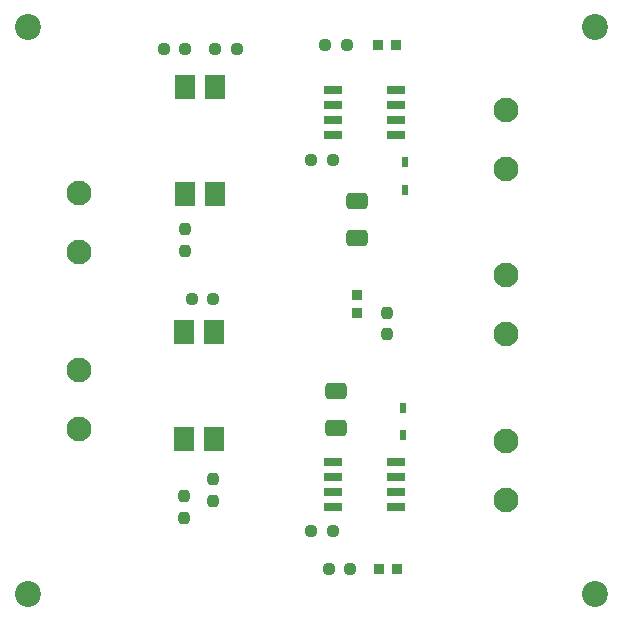
<source format=gts>
G04 #@! TF.GenerationSoftware,KiCad,Pcbnew,(7.0.0)*
G04 #@! TF.CreationDate,2023-05-21T08:53:19-04:00*
G04 #@! TF.ProjectId,Solenoid_Driver,536f6c65-6e6f-4696-945f-447269766572,V1.0*
G04 #@! TF.SameCoordinates,Original*
G04 #@! TF.FileFunction,Soldermask,Top*
G04 #@! TF.FilePolarity,Negative*
%FSLAX46Y46*%
G04 Gerber Fmt 4.6, Leading zero omitted, Abs format (unit mm)*
G04 Created by KiCad (PCBNEW (7.0.0)) date 2023-05-21 08:53:19*
%MOMM*%
%LPD*%
G01*
G04 APERTURE LIST*
G04 Aperture macros list*
%AMRoundRect*
0 Rectangle with rounded corners*
0 $1 Rounding radius*
0 $2 $3 $4 $5 $6 $7 $8 $9 X,Y pos of 4 corners*
0 Add a 4 corners polygon primitive as box body*
4,1,4,$2,$3,$4,$5,$6,$7,$8,$9,$2,$3,0*
0 Add four circle primitives for the rounded corners*
1,1,$1+$1,$2,$3*
1,1,$1+$1,$4,$5*
1,1,$1+$1,$6,$7*
1,1,$1+$1,$8,$9*
0 Add four rect primitives between the rounded corners*
20,1,$1+$1,$2,$3,$4,$5,0*
20,1,$1+$1,$4,$5,$6,$7,0*
20,1,$1+$1,$6,$7,$8,$9,0*
20,1,$1+$1,$8,$9,$2,$3,0*%
G04 Aperture macros list end*
%ADD10R,0.600000X0.900000*%
%ADD11C,2.200000*%
%ADD12RoundRect,0.250000X-0.650000X0.412500X-0.650000X-0.412500X0.650000X-0.412500X0.650000X0.412500X0*%
%ADD13RoundRect,0.237500X-0.250000X-0.237500X0.250000X-0.237500X0.250000X0.237500X-0.250000X0.237500X0*%
%ADD14C,2.100000*%
%ADD15R,1.780000X2.082800*%
%ADD16R,0.950000X0.950000*%
%ADD17RoundRect,0.237500X0.250000X0.237500X-0.250000X0.237500X-0.250000X-0.237500X0.250000X-0.237500X0*%
%ADD18R,1.500000X0.650000*%
%ADD19RoundRect,0.237500X-0.237500X0.250000X-0.237500X-0.250000X0.237500X-0.250000X0.237500X0.250000X0*%
%ADD20RoundRect,0.237500X0.237500X-0.250000X0.237500X0.250000X-0.237500X0.250000X-0.237500X-0.250000X0*%
G04 APERTURE END LIST*
D10*
X155899999Y-77749999D03*
X155899999Y-75449999D03*
X155799999Y-96219999D03*
X155799999Y-98519999D03*
D11*
X172000000Y-112000000D03*
X172000000Y-64000000D03*
X124000000Y-112000000D03*
X124000000Y-64000000D03*
D12*
X151900000Y-81862500D03*
X151900000Y-78737500D03*
D13*
X151312500Y-109900000D03*
X149487500Y-109900000D03*
D14*
X128300000Y-83000000D03*
X128300000Y-78000000D03*
D15*
X137329999Y-69066099D03*
X139869999Y-69066099D03*
X139869999Y-78133899D03*
X137329999Y-78133899D03*
D14*
X164500000Y-85000000D03*
X164500000Y-90000000D03*
D16*
X153749999Y-109899999D03*
X155249999Y-109899999D03*
X151899999Y-88199999D03*
X151899999Y-86699999D03*
D17*
X147975000Y-75200000D03*
X149800000Y-75200000D03*
D18*
X155199999Y-100789999D03*
X155199999Y-102059999D03*
X155199999Y-103329999D03*
X155199999Y-104599999D03*
X149799999Y-104599999D03*
X149799999Y-103329999D03*
X149799999Y-102059999D03*
X149799999Y-100789999D03*
D19*
X137300000Y-81087500D03*
X137300000Y-82912500D03*
D14*
X128300000Y-98000000D03*
X128300000Y-93000000D03*
X164500000Y-99000000D03*
X164500000Y-104000000D03*
D17*
X147987500Y-106620000D03*
X149812500Y-106620000D03*
D13*
X149187500Y-65500000D03*
X151012500Y-65500000D03*
D16*
X155149999Y-65499999D03*
X153649999Y-65499999D03*
D20*
X137200000Y-103687500D03*
X137200000Y-105512500D03*
X154400000Y-88187500D03*
X154400000Y-90012500D03*
D12*
X150100000Y-97962500D03*
X150100000Y-94837500D03*
D15*
X139743185Y-98833899D03*
X137203185Y-98833899D03*
X137203185Y-89766099D03*
X139743185Y-89766099D03*
D17*
X139887500Y-65800000D03*
X141712500Y-65800000D03*
D13*
X137312500Y-65800000D03*
X135487500Y-65800000D03*
D14*
X164500000Y-71000000D03*
X164500000Y-76000000D03*
D18*
X155199999Y-69319999D03*
X155199999Y-70589999D03*
X155199999Y-71859999D03*
X155199999Y-73129999D03*
X149799999Y-73129999D03*
X149799999Y-71859999D03*
X149799999Y-70589999D03*
X149799999Y-69319999D03*
D17*
X137875000Y-87000000D03*
X139700000Y-87000000D03*
D20*
X139700000Y-102287500D03*
X139700000Y-104112500D03*
M02*

</source>
